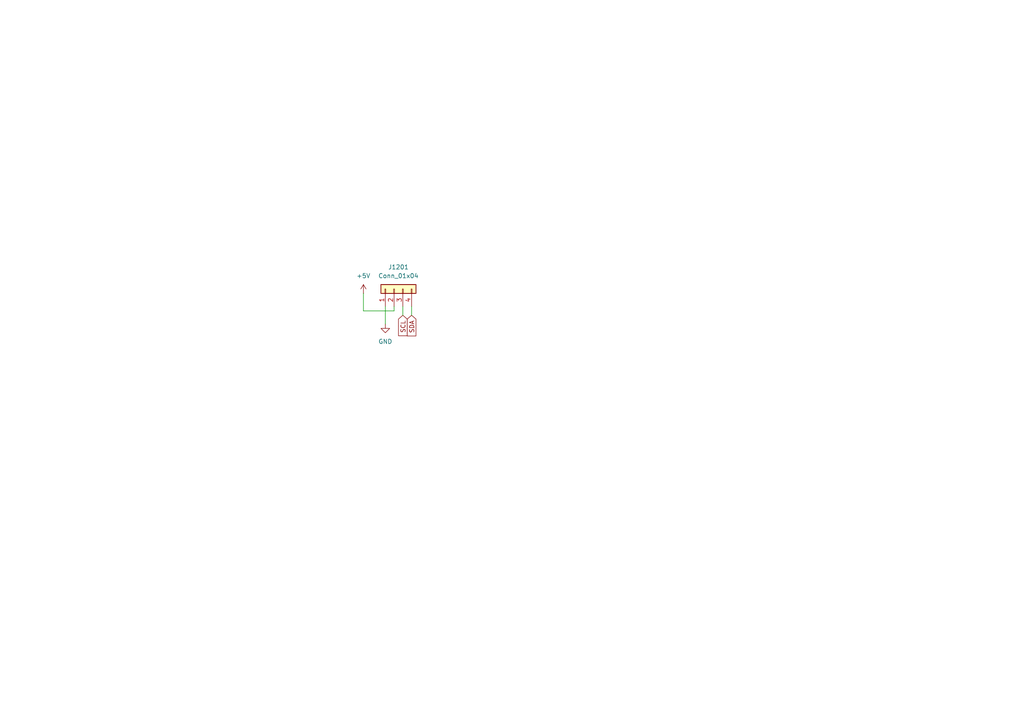
<source format=kicad_sch>
(kicad_sch (version 20250114) (generator "eeschema") (generator_version "9.0")
  (paper "A4")
  (lib_symbols
    (symbol "Connector_Generic:Conn_01x04" (pin_names (offset 1.016) (hide yes))
      (property "Reference" "J" (at 0 5.08 0))
      (property "Value" "Conn_01x04" (at 0 -7.62 0))
      (symbol "Conn_01x04_1_1"
        (rectangle (start -1.27 3.81) (end 1.27 -6.35) (stroke (width 0.254)) (fill (type background)))
        (rectangle (start -1.27 2.667) (end 0 2.413) (stroke (width 0.1524)))
        (rectangle (start -1.27 0.127) (end 0 -0.127) (stroke (width 0.1524)))
        (rectangle (start -1.27 -2.413) (end 0 -2.667) (stroke (width 0.1524)))
        (rectangle (start -1.27 -4.953) (end 0 -5.207) (stroke (width 0.1524)))
        (pin passive line (at -5.08 2.54 0) (length 3.81) (name "Pin_1") (number "1"))
        (pin passive line (at -5.08 0 0) (length 3.81) (name "Pin_2") (number "2"))
        (pin passive line (at -5.08 -2.54 0) (length 3.81) (name "Pin_3") (number "3"))
        (pin passive line (at -5.08 -5.08 0) (length 3.81) (name "Pin_4") (number "4"))
      )
    )
    (symbol "power:+5V" (power) (pin_numbers (hide yes)) (pin_names (offset 0) (hide yes))
      (property "Value" "+5V" (at 0 3.556 0))
      (symbol "+5V_0_1"
        (polyline (pts (xy -0.762 1.27) (xy 0 2.54)))
        (polyline (pts (xy 0 2.54) (xy 0.762 1.27)))
        (polyline (pts (xy 0 0) (xy 0 2.54)))
      )
      (symbol "+5V_1_1"
        (pin power_in line (at 0 0 90) (length 0) (name "~") (number "1"))
      )
    )
    (symbol "power:GND" (power) (pin_numbers (hide yes)) (pin_names (offset 0) (hide yes))
      (property "Value" "GND" (at 0 -3.81 0))
      (symbol "GND_0_1"
        (polyline (pts (xy 0 0) (xy 0 -1.27) (xy 1.27 -1.27) (xy 0 -2.54) (xy -1.27 -1.27) (xy 0 -1.27)))
      )
      (symbol "GND_1_1"
        (pin power_in line (at 0 0 270) (length 0) (name "~") (number "1"))
      )
    )
  )
  (wire (pts (xy 105.41 90.17) (xy 114.3 90.17)))
  (wire (pts (xy 116.84 88.9) (xy 116.84 91.44)))
  (wire (pts (xy 114.3 90.17) (xy 114.3 88.9)))
  (wire (pts (xy 119.38 88.9) (xy 119.38 91.44)))
  (wire (pts (xy 111.76 88.9) (xy 111.76 93.98)))
  (wire (pts (xy 105.41 85.09) (xy 105.41 90.17)))
  (global_label "SDA" (shape input) (at 119.38 91.44 270) (property "Intersheetrefs" "${INTERSHEET_REFS}" (effects (hide yes))))
  (global_label "SCL" (shape input) (at 116.84 91.44 270) (property "Intersheetrefs" "${INTERSHEET_REFS}" (effects (hide yes))))
  (symbol (lib_id "Connector_Generic:Conn_01x04") (at 114.3 83.82 90) (unit 1)
    (property "Reference" "J1201" (at 115.57 77.47 90))
    (property "Value" "Conn_01x04" (at 115.57 80.01 90))
    (property "Footprint" "Connector_JST:JST_EH_S4B-EH_1x04_P2.50mm_Horizontal" (effects (hide yes)))
    (property "Description" "Generic connector, single row, 01x04, script generated (kicad-library-utils/schlib/autogen/connector/)" (effects (hide yes)))
  )
  (symbol (lib_id "power:GND") (at 111.76 93.98 0) (unit 1)
    (property "Reference" "#PWR01202" (effects (hide yes)))
    (property "Value" "GND" (at 111.76 99.06 0))
    (property "Description" "Power symbol creates a global label with name \"GND\" , ground" (effects (hide yes)))
  )
  (symbol (lib_id "power:+5V") (at 105.41 85.09 0) (unit 1)
    (property "Reference" "#PWR01201" (effects (hide yes)))
    (property "Value" "+5V" (at 105.41 80.01 0))
    (property "Description" "Power symbol creates a global label with name \"+5V\"" (effects (hide yes)))
  )
)
</source>
